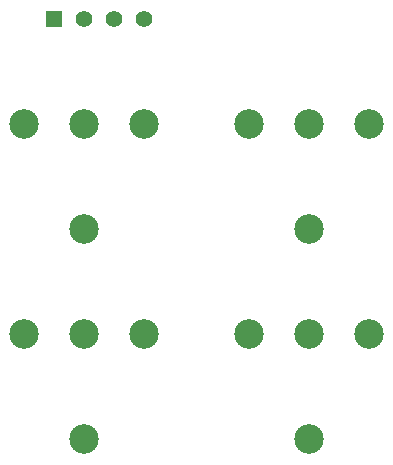
<source format=gtl>
G04 (created by PCBNEW (2013-07-07 BZR 4022)-stable) date 21/11/2015 23:20:12*
%MOIN*%
G04 Gerber Fmt 3.4, Leading zero omitted, Abs format*
%FSLAX34Y34*%
G01*
G70*
G90*
G04 APERTURE LIST*
%ADD10C,0.00393701*%
%ADD11R,0.055X0.055*%
%ADD12C,0.055*%
%ADD13C,0.0984252*%
G04 APERTURE END LIST*
G54D10*
G54D11*
X57500Y-31500D03*
G54D12*
X58500Y-31500D03*
X59500Y-31500D03*
X60500Y-31500D03*
G54D13*
X60500Y-35000D03*
X56500Y-35000D03*
X58500Y-38500D03*
X58500Y-35000D03*
X68000Y-35000D03*
X64000Y-35000D03*
X66000Y-38500D03*
X66000Y-35000D03*
X60500Y-42000D03*
X56500Y-42000D03*
X58500Y-45500D03*
X58500Y-42000D03*
X68000Y-42000D03*
X64000Y-42000D03*
X66000Y-45500D03*
X66000Y-42000D03*
M02*

</source>
